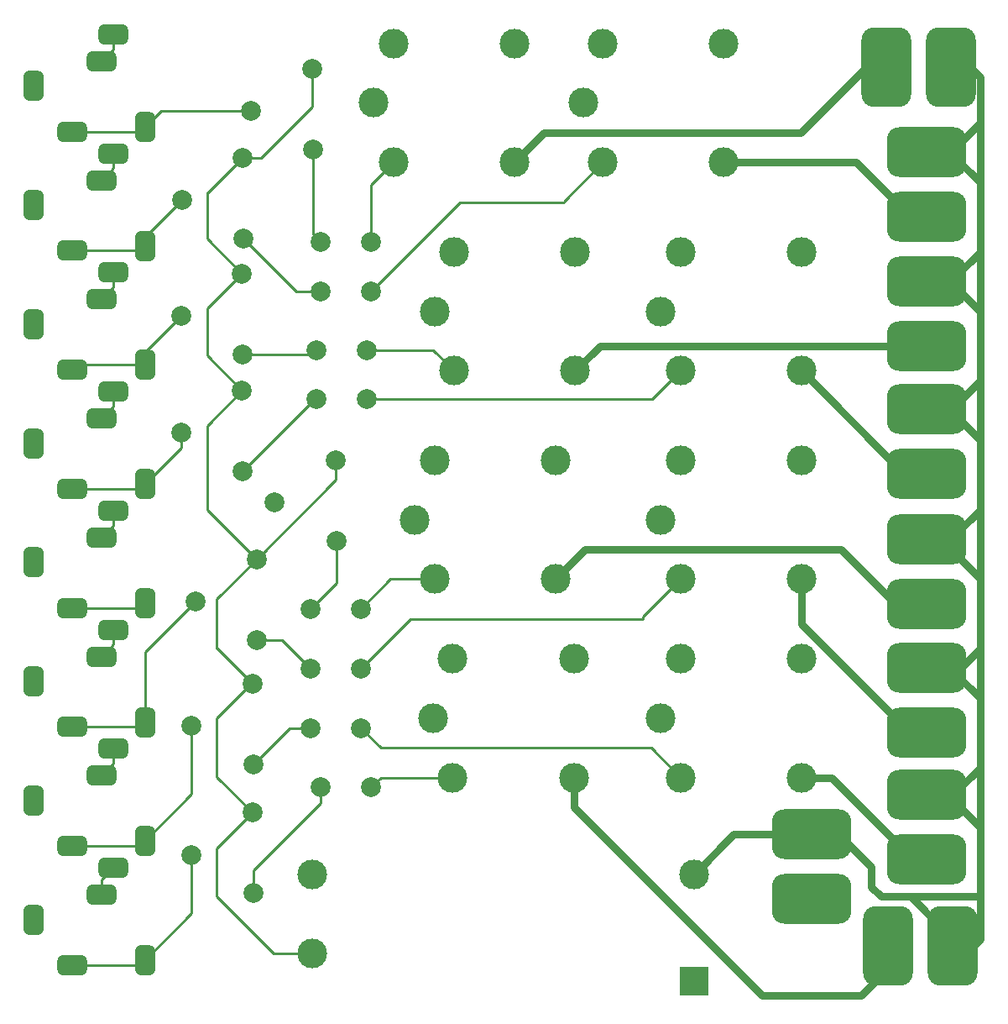
<source format=gbr>
%TF.GenerationSoftware,KiCad,Pcbnew,7.0.2-6a45011f42~172~ubuntu22.04.1*%
%TF.CreationDate,2023-05-18T11:35:50+02:00*%
%TF.ProjectId,midi_relais,6d696469-5f72-4656-9c61-69732e6b6963,rev?*%
%TF.SameCoordinates,Original*%
%TF.FileFunction,Copper,L1,Top*%
%TF.FilePolarity,Positive*%
%FSLAX46Y46*%
G04 Gerber Fmt 4.6, Leading zero omitted, Abs format (unit mm)*
G04 Created by KiCad (PCBNEW 7.0.2-6a45011f42~172~ubuntu22.04.1) date 2023-05-18 11:35:50*
%MOMM*%
%LPD*%
G01*
G04 APERTURE LIST*
G04 Aperture macros list*
%AMRoundRect*
0 Rectangle with rounded corners*
0 $1 Rounding radius*
0 $2 $3 $4 $5 $6 $7 $8 $9 X,Y pos of 4 corners*
0 Add a 4 corners polygon primitive as box body*
4,1,4,$2,$3,$4,$5,$6,$7,$8,$9,$2,$3,0*
0 Add four circle primitives for the rounded corners*
1,1,$1+$1,$2,$3*
1,1,$1+$1,$4,$5*
1,1,$1+$1,$6,$7*
1,1,$1+$1,$8,$9*
0 Add four rect primitives between the rounded corners*
20,1,$1+$1,$2,$3,$4,$5,0*
20,1,$1+$1,$4,$5,$6,$7,0*
20,1,$1+$1,$6,$7,$8,$9,0*
20,1,$1+$1,$8,$9,$2,$3,0*%
G04 Aperture macros list end*
%TA.AperFunction,ComponentPad*%
%ADD10RoundRect,0.500000X-0.500000X-1.000000X0.500000X-1.000000X0.500000X1.000000X-0.500000X1.000000X0*%
%TD*%
%TA.AperFunction,ComponentPad*%
%ADD11RoundRect,0.500000X-1.000000X-0.500000X1.000000X-0.500000X1.000000X0.500000X-1.000000X0.500000X0*%
%TD*%
%TA.AperFunction,CastellatedPad*%
%ADD12RoundRect,0.500000X-1.000000X-0.500000X1.000000X-0.500000X1.000000X0.500000X-1.000000X0.500000X0*%
%TD*%
%TA.AperFunction,ComponentPad*%
%ADD13C,2.000000*%
%TD*%
%TA.AperFunction,ComponentPad*%
%ADD14RoundRect,1.250000X-1.250000X2.750000X-1.250000X-2.750000X1.250000X-2.750000X1.250000X2.750000X0*%
%TD*%
%TA.AperFunction,ComponentPad*%
%ADD15C,3.000000*%
%TD*%
%TA.AperFunction,ComponentPad*%
%ADD16RoundRect,1.250000X2.750000X1.250000X-2.750000X1.250000X-2.750000X-1.250000X2.750000X-1.250000X0*%
%TD*%
%TA.AperFunction,ComponentPad*%
%ADD17R,3.000000X3.000000*%
%TD*%
%TA.AperFunction,ComponentPad*%
%ADD18RoundRect,1.250000X1.250000X-2.750000X1.250000X2.750000X-1.250000X2.750000X-1.250000X-2.750000X0*%
%TD*%
%TA.AperFunction,Conductor*%
%ADD19C,0.250000*%
%TD*%
%TA.AperFunction,Conductor*%
%ADD20C,0.762000*%
%TD*%
%TA.AperFunction,Conductor*%
%ADD21C,0.760000*%
%TD*%
G04 APERTURE END LIST*
D10*
%TO.P,J13,G*%
%TO.N,unconnected-(J13-PadG)*%
X26550000Y-111300000D03*
D11*
%TO.P,J13,S*%
%TO.N,Net-(Q7-B)*%
X30450000Y-115900000D03*
D10*
X37750000Y-115400000D03*
D12*
%TO.P,J13,T*%
%TO.N,unconnected-(J13-PadT)*%
X33350000Y-108800000D03*
D11*
X34550000Y-106100000D03*
%TD*%
D13*
%TO.P,D3,1,K*%
%TO.N,Net-(D3-K)*%
X60126623Y-65906188D03*
%TO.P,D3,2,A*%
%TO.N,Net-(D3-A)*%
X55046623Y-65906188D03*
%TD*%
%TO.P,Q6,1,E*%
%TO.N,Net-(D6-A)*%
X49050000Y-95130000D03*
%TO.P,Q6,2,B*%
%TO.N,Net-(Q6-B)*%
X42850000Y-91260000D03*
%TO.P,Q6,3,C*%
%TO.N,+3.3V*%
X49000000Y-87000000D03*
%TD*%
D10*
%TO.P,J10,G*%
%TO.N,GND*%
X26550000Y-99300000D03*
D11*
%TO.P,J10,S*%
%TO.N,Net-(Q6-B)*%
X30450000Y-103900000D03*
D10*
X37750000Y-103400000D03*
D12*
%TO.P,J10,T*%
%TO.N,unconnected-(J10-PadT)*%
X33350000Y-96800000D03*
D11*
X34550000Y-94100000D03*
%TD*%
D10*
%TO.P,J9,G*%
%TO.N,GND*%
X26550000Y-87300000D03*
D11*
%TO.P,J9,S*%
%TO.N,Net-(Q5-B)*%
X30450000Y-91900000D03*
D10*
X37750000Y-91400000D03*
D12*
%TO.P,J9,T*%
%TO.N,unconnected-(J9-PadT)*%
X33350000Y-84800000D03*
D11*
X34550000Y-82100000D03*
%TD*%
D14*
%TO.P,J3,1,Pin_1*%
%TO.N,Net-(J3-Pin_1)*%
X112510000Y-37400000D03*
%TO.P,J3,2,Pin_2*%
%TO.N,VAC*%
X119020000Y-37400000D03*
%TD*%
D13*
%TO.P,Q2,1,E*%
%TO.N,Net-(D2-A)*%
X47670000Y-54670000D03*
%TO.P,Q2,2,B*%
%TO.N,Net-(Q2-B)*%
X41470000Y-50800000D03*
%TO.P,Q2,3,C*%
%TO.N,+3.3V*%
X47620000Y-46540000D03*
%TD*%
D10*
%TO.P,J2,G*%
%TO.N,unconnected-(J2-PadG)*%
X26550000Y-51300000D03*
D11*
%TO.P,J2,S*%
%TO.N,Net-(Q2-B)*%
X30450000Y-55900000D03*
D10*
X37750000Y-55400000D03*
D12*
%TO.P,J2,T*%
%TO.N,unconnected-(J2-PadT)*%
X33350000Y-48800000D03*
D11*
X34550000Y-46100000D03*
%TD*%
D13*
%TO.P,D2,1,K*%
%TO.N,Net-(D2-K)*%
X60540000Y-60000000D03*
%TO.P,D2,2,A*%
%TO.N,Net-(D2-A)*%
X55460000Y-60000000D03*
%TD*%
D15*
%TO.P,K6,11*%
%TO.N,GND2*%
X89800000Y-83000000D03*
%TO.P,K6,12*%
%TO.N,unconnected-(K6-Pad12)*%
X104000000Y-77000000D03*
%TO.P,K6,14*%
%TO.N,Net-(J12-Pin_1)*%
X104000000Y-89000000D03*
%TO.P,K6,A1*%
%TO.N,Net-(D6-K)*%
X91800000Y-89000000D03*
%TO.P,K6,A2*%
%TO.N,GND*%
X91800000Y-77000000D03*
%TD*%
D13*
%TO.P,D1,1,K*%
%TO.N,Net-(D1-K)*%
X60540000Y-55000000D03*
%TO.P,D1,2,A*%
%TO.N,Net-(D1-A)*%
X55460000Y-55000000D03*
%TD*%
D15*
%TO.P,K8,11*%
%TO.N,GND2*%
X66800000Y-103000000D03*
%TO.P,K8,12*%
%TO.N,unconnected-(K8-Pad12)*%
X81000000Y-97000000D03*
%TO.P,K8,14*%
%TO.N,Net-(J16-Pin_1)*%
X81000000Y-109000000D03*
%TO.P,K8,A1*%
%TO.N,Net-(D8-K)*%
X68800000Y-109000000D03*
%TO.P,K8,A2*%
%TO.N,GND*%
X68800000Y-97000000D03*
%TD*%
%TO.P,K7,11*%
%TO.N,GND2*%
X89800000Y-103000000D03*
%TO.P,K7,12*%
%TO.N,unconnected-(K7-Pad12)*%
X104000000Y-97000000D03*
%TO.P,K7,14*%
%TO.N,Net-(J15-Pin_1)*%
X104000000Y-109000000D03*
%TO.P,K7,A1*%
%TO.N,Net-(D7-K)*%
X91800000Y-109000000D03*
%TO.P,K7,A2*%
%TO.N,GND*%
X91800000Y-97000000D03*
%TD*%
D13*
%TO.P,D8,1,K*%
%TO.N,Net-(D8-K)*%
X60540000Y-110000000D03*
%TO.P,D8,2,A*%
%TO.N,Net-(D8-A)*%
X55460000Y-110000000D03*
%TD*%
%TO.P,Q7,1,E*%
%TO.N,Net-(D7-A)*%
X48670000Y-107670000D03*
%TO.P,Q7,2,B*%
%TO.N,Net-(Q7-B)*%
X42470000Y-103800000D03*
%TO.P,Q7,3,C*%
%TO.N,+3.3V*%
X48620000Y-99540000D03*
%TD*%
D15*
%TO.P,K1,11*%
%TO.N,GND2*%
X60800000Y-41000000D03*
%TO.P,K1,12*%
%TO.N,unconnected-(K1-Pad12)*%
X75000000Y-35000000D03*
%TO.P,K1,14*%
%TO.N,Net-(J3-Pin_1)*%
X75000000Y-47000000D03*
%TO.P,K1,A1*%
%TO.N,Net-(D1-K)*%
X62800000Y-47000000D03*
%TO.P,K1,A2*%
%TO.N,GND*%
X62800000Y-35000000D03*
%TD*%
D13*
%TO.P,Q3,1,E*%
%TO.N,Net-(D3-A)*%
X47580000Y-66330000D03*
%TO.P,Q3,2,B*%
%TO.N,Net-(Q3-B)*%
X41380000Y-62460000D03*
%TO.P,Q3,3,C*%
%TO.N,+3.3V*%
X47530000Y-58200000D03*
%TD*%
D15*
%TO.P,K5,11*%
%TO.N,GND2*%
X64950000Y-83000000D03*
%TO.P,K5,12*%
%TO.N,unconnected-(K5-Pad12)*%
X79150000Y-77000000D03*
%TO.P,K5,14*%
%TO.N,Net-(J11-Pin_1)*%
X79150000Y-89000000D03*
%TO.P,K5,A1*%
%TO.N,Net-(D5-K)*%
X66950000Y-89000000D03*
%TO.P,K5,A2*%
%TO.N,GND*%
X66950000Y-77000000D03*
%TD*%
%TO.P,K3,11*%
%TO.N,GND2*%
X66950000Y-62000000D03*
%TO.P,K3,12*%
%TO.N,unconnected-(K3-Pad12)*%
X81150000Y-56000000D03*
%TO.P,K3,14*%
%TO.N,Net-(J7-Pin_1)*%
X81150000Y-68000000D03*
%TO.P,K3,A1*%
%TO.N,Net-(D3-K)*%
X68950000Y-68000000D03*
%TO.P,K3,A2*%
%TO.N,GND*%
X68950000Y-56000000D03*
%TD*%
D10*
%TO.P,J5,G*%
%TO.N,unconnected-(J5-PadG)*%
X26550000Y-63300000D03*
D11*
%TO.P,J5,S*%
%TO.N,Net-(Q3-B)*%
X30450000Y-67900000D03*
D10*
X37750000Y-67400000D03*
D12*
%TO.P,J5,T*%
%TO.N,unconnected-(J5-PadT)*%
X33350000Y-60800000D03*
D11*
X34550000Y-58100000D03*
%TD*%
D10*
%TO.P,J6,G*%
%TO.N,GND*%
X26550000Y-75300000D03*
D11*
%TO.P,J6,S*%
%TO.N,Net-(Q4-B)*%
X30450000Y-79900000D03*
D10*
X37750000Y-79400000D03*
D12*
%TO.P,J6,T*%
%TO.N,unconnected-(J6-PadT)*%
X33350000Y-72800000D03*
D11*
X34550000Y-70100000D03*
%TD*%
D13*
%TO.P,D7,1,K*%
%TO.N,Net-(D7-K)*%
X59540000Y-104000000D03*
%TO.P,D7,2,A*%
%TO.N,Net-(D7-A)*%
X54460000Y-104000000D03*
%TD*%
%TO.P,D5,1,K*%
%TO.N,Net-(D5-K)*%
X59540000Y-92000000D03*
%TO.P,D5,2,A*%
%TO.N,Net-(D5-A)*%
X54460000Y-92000000D03*
%TD*%
D15*
%TO.P,K2,11*%
%TO.N,GND2*%
X81950000Y-41000000D03*
%TO.P,K2,12*%
%TO.N,unconnected-(K2-Pad12)*%
X96150000Y-35000000D03*
%TO.P,K2,14*%
%TO.N,Net-(J4-Pin_1)*%
X96150000Y-47000000D03*
%TO.P,K2,A1*%
%TO.N,Net-(D2-K)*%
X83950000Y-47000000D03*
%TO.P,K2,A2*%
%TO.N,GND*%
X83950000Y-35000000D03*
%TD*%
D10*
%TO.P,J1,G*%
%TO.N,unconnected-(J1-PadG)*%
X26550000Y-39300000D03*
D11*
%TO.P,J1,S*%
%TO.N,Net-(Q1-B)*%
X30450000Y-43900000D03*
D10*
X37750000Y-43400000D03*
D12*
%TO.P,J1,T*%
%TO.N,unconnected-(J1-PadT)*%
X33350000Y-36800000D03*
D11*
X34550000Y-34100000D03*
%TD*%
D13*
%TO.P,D4,1,K*%
%TO.N,Net-(D4-K)*%
X60155502Y-70848713D03*
%TO.P,D4,2,A*%
%TO.N,Net-(D4-A)*%
X55075502Y-70848713D03*
%TD*%
%TO.P,Q1,1,E*%
%TO.N,Net-(D1-A)*%
X54670000Y-45670000D03*
%TO.P,Q1,2,B*%
%TO.N,Net-(Q1-B)*%
X48470000Y-41800000D03*
%TO.P,Q1,3,C*%
%TO.N,+3.3V*%
X54620000Y-37540000D03*
%TD*%
D16*
%TO.P,J17,1,Pin_1*%
%TO.N,VAC*%
X105000000Y-114745000D03*
%TO.P,J17,2,Pin_2*%
%TO.N,GND2*%
X105000000Y-121255000D03*
%TD*%
D13*
%TO.P,Q5,1,E*%
%TO.N,Net-(D5-A)*%
X57050000Y-85130000D03*
%TO.P,Q5,2,B*%
%TO.N,Net-(Q5-B)*%
X50850000Y-81260000D03*
%TO.P,Q5,3,C*%
%TO.N,+3.3V*%
X57000000Y-77000000D03*
%TD*%
%TO.P,D6,1,K*%
%TO.N,Net-(D6-K)*%
X59540000Y-98000000D03*
%TO.P,D6,2,A*%
%TO.N,Net-(D6-A)*%
X54460000Y-98000000D03*
%TD*%
D10*
%TO.P,J14,G*%
%TO.N,unconnected-(J14-PadG)*%
X26550000Y-123300000D03*
D11*
%TO.P,J14,S*%
%TO.N,Net-(Q8-B)*%
X30450000Y-127900000D03*
D10*
X37750000Y-127400000D03*
D12*
%TO.P,J14,T*%
%TO.N,unconnected-(J14-PadT)*%
X33350000Y-120800000D03*
D11*
X34550000Y-118100000D03*
%TD*%
D15*
%TO.P,K4,11*%
%TO.N,GND2*%
X89800000Y-62000000D03*
%TO.P,K4,12*%
%TO.N,unconnected-(K4-Pad12)*%
X104000000Y-56000000D03*
%TO.P,K4,14*%
%TO.N,Net-(J8-Pin_1)*%
X104000000Y-68000000D03*
%TO.P,K4,A1*%
%TO.N,Net-(D4-K)*%
X91800000Y-68000000D03*
%TO.P,K4,A2*%
%TO.N,GND*%
X91800000Y-56000000D03*
%TD*%
D13*
%TO.P,Q8,1,E*%
%TO.N,Net-(D8-A)*%
X48670000Y-120670000D03*
%TO.P,Q8,2,B*%
%TO.N,Net-(Q8-B)*%
X42470000Y-116800000D03*
%TO.P,Q8,3,C*%
%TO.N,+3.3V*%
X48620000Y-112540000D03*
%TD*%
%TO.P,Q4,1,E*%
%TO.N,Net-(D4-A)*%
X47580000Y-78130000D03*
%TO.P,Q4,2,B*%
%TO.N,Net-(Q4-B)*%
X41380000Y-74260000D03*
%TO.P,Q4,3,C*%
%TO.N,+3.3V*%
X47530000Y-70000000D03*
%TD*%
D17*
%TO.P,PS1,1,AC/N*%
%TO.N,GND2*%
X93157500Y-129500000D03*
D15*
%TO.P,PS1,2,AC/L*%
%TO.N,VAC*%
X93157500Y-118750000D03*
%TO.P,PS1,3,-Vo*%
%TO.N,GND*%
X54657500Y-118750000D03*
%TO.P,PS1,4,+Vo*%
%TO.N,+3.3V*%
X54657500Y-126750000D03*
%TD*%
D16*
%TO.P,J15,1,Pin_1*%
%TO.N,Net-(J15-Pin_1)*%
X116600000Y-117255000D03*
%TO.P,J15,2,Pin_2*%
%TO.N,VAC*%
X116600000Y-110745000D03*
%TD*%
%TO.P,J4,1,Pin_1*%
%TO.N,Net-(J4-Pin_1)*%
X116584077Y-52487134D03*
%TO.P,J4,2,Pin_2*%
%TO.N,VAC*%
X116584077Y-45977134D03*
%TD*%
%TO.P,J8,1,Pin_1*%
%TO.N,Net-(J8-Pin_1)*%
X116582725Y-78396910D03*
%TO.P,J8,2,Pin_2*%
%TO.N,VAC*%
X116582725Y-71886910D03*
%TD*%
%TO.P,J12,1,Pin_1*%
%TO.N,Net-(J12-Pin_1)*%
X116600000Y-104490000D03*
%TO.P,J12,2,Pin_2*%
%TO.N,VAC*%
X116600000Y-97980000D03*
%TD*%
%TO.P,J11,1,Pin_1*%
%TO.N,Net-(J11-Pin_1)*%
X116600000Y-91490000D03*
%TO.P,J11,2,Pin_2*%
%TO.N,VAC*%
X116600000Y-84980000D03*
%TD*%
%TO.P,J7,1,Pin_1*%
%TO.N,Net-(J7-Pin_1)*%
X116600000Y-65490000D03*
%TO.P,J7,2,Pin_2*%
%TO.N,VAC*%
X116600000Y-58980000D03*
%TD*%
D18*
%TO.P,J16,1,Pin_1*%
%TO.N,Net-(J16-Pin_1)*%
X112745000Y-126000000D03*
%TO.P,J16,2,Pin_2*%
%TO.N,VAC*%
X119255000Y-126000000D03*
%TD*%
D19*
%TO.N,Net-(D1-K)*%
X60540000Y-55000000D02*
X60540000Y-49260000D01*
X60540000Y-49260000D02*
X62800000Y-47000000D01*
%TO.N,Net-(D1-A)*%
X54670000Y-54210000D02*
X55460000Y-55000000D01*
X54670000Y-45670000D02*
X54670000Y-54210000D01*
%TO.N,Net-(D2-K)*%
X69540000Y-51000000D02*
X60540000Y-60000000D01*
X80000000Y-51000000D02*
X69540000Y-51000000D01*
X83950000Y-47000000D02*
X80000000Y-50950000D01*
X80000000Y-50950000D02*
X80000000Y-51000000D01*
%TO.N,Net-(D2-A)*%
X53000000Y-60000000D02*
X55460000Y-60000000D01*
X47670000Y-54670000D02*
X53000000Y-60000000D01*
%TO.N,Net-(D3-K)*%
X66856188Y-65906188D02*
X68950000Y-68000000D01*
X60126623Y-65906188D02*
X66856188Y-65906188D01*
%TO.N,Net-(D3-A)*%
X47580000Y-66330000D02*
X54622811Y-66330000D01*
X54622811Y-66330000D02*
X55046623Y-65906188D01*
%TO.N,Net-(D4-K)*%
X91800000Y-68000000D02*
X88951287Y-70848713D01*
X88951287Y-70848713D02*
X60155502Y-70848713D01*
%TO.N,Net-(D4-A)*%
X47580000Y-78130000D02*
X54861287Y-70848713D01*
X54861287Y-70848713D02*
X55075502Y-70848713D01*
%TO.N,Net-(D5-K)*%
X59540000Y-92000000D02*
X62540000Y-89000000D01*
X62540000Y-89000000D02*
X66950000Y-89000000D01*
%TO.N,Net-(D5-A)*%
X57050000Y-85130000D02*
X57050000Y-89410000D01*
X57050000Y-89410000D02*
X54460000Y-92000000D01*
%TO.N,Net-(D6-K)*%
X91800000Y-89000000D02*
X88000000Y-92800000D01*
X88000000Y-93000000D02*
X64540000Y-93000000D01*
X64540000Y-93000000D02*
X59540000Y-98000000D01*
X88000000Y-92800000D02*
X88000000Y-93000000D01*
%TO.N,Net-(D6-A)*%
X51590000Y-95130000D02*
X54460000Y-98000000D01*
X49050000Y-95130000D02*
X51590000Y-95130000D01*
%TO.N,Net-(D7-K)*%
X61540000Y-106000000D02*
X59540000Y-104000000D01*
X88800000Y-106000000D02*
X61540000Y-106000000D01*
X91800000Y-109000000D02*
X88800000Y-106000000D01*
%TO.N,Net-(D7-A)*%
X48670000Y-107670000D02*
X52340000Y-104000000D01*
X52340000Y-104000000D02*
X54460000Y-104000000D01*
%TO.N,Net-(D8-K)*%
X61540000Y-109000000D02*
X60540000Y-110000000D01*
X68800000Y-109000000D02*
X61540000Y-109000000D01*
%TO.N,Net-(D8-A)*%
X55460000Y-111540000D02*
X48670000Y-118330000D01*
X48670000Y-118330000D02*
X48670000Y-120670000D01*
X55460000Y-110000000D02*
X55460000Y-111540000D01*
%TO.N,Net-(Q1-B)*%
X37250000Y-43900000D02*
X30450000Y-43900000D01*
X37750000Y-43400000D02*
X37250000Y-43900000D01*
X48470000Y-41800000D02*
X39350000Y-41800000D01*
X39350000Y-41800000D02*
X37750000Y-43400000D01*
%TO.N,Net-(Q2-B)*%
X37750000Y-55400000D02*
X37250000Y-55900000D01*
X37750000Y-55400000D02*
X37750000Y-54520000D01*
X37750000Y-54520000D02*
X41470000Y-50800000D01*
X37250000Y-55900000D02*
X30450000Y-55900000D01*
%TO.N,Net-(Q3-B)*%
X37750000Y-66090000D02*
X37750000Y-67400000D01*
X41380000Y-62460000D02*
X37750000Y-66090000D01*
X37750000Y-67400000D02*
X30950000Y-67400000D01*
X30950000Y-67400000D02*
X30450000Y-67900000D01*
%TO.N,Net-(Q4-B)*%
X41380000Y-75770000D02*
X41380000Y-74260000D01*
X37250000Y-79900000D02*
X37750000Y-79400000D01*
X37750000Y-79400000D02*
X41380000Y-75770000D01*
X30450000Y-79900000D02*
X37250000Y-79900000D01*
%TO.N,Net-(Q5-B)*%
X37250000Y-91900000D02*
X30450000Y-91900000D01*
X37750000Y-91400000D02*
X37250000Y-91900000D01*
%TO.N,Net-(Q6-B)*%
X37750000Y-103400000D02*
X37250000Y-103900000D01*
X42850000Y-91260000D02*
X37750000Y-96360000D01*
X37250000Y-103900000D02*
X30450000Y-103900000D01*
X37750000Y-96360000D02*
X37750000Y-103400000D01*
%TO.N,Net-(Q7-B)*%
X30450000Y-115900000D02*
X37250000Y-115900000D01*
X42470000Y-110680000D02*
X37750000Y-115400000D01*
X42470000Y-103800000D02*
X42470000Y-110680000D01*
X37250000Y-115900000D02*
X37750000Y-115400000D01*
%TO.N,Net-(Q8-B)*%
X42470000Y-116800000D02*
X42470000Y-122680000D01*
X37250000Y-127900000D02*
X37750000Y-127400000D01*
X30450000Y-127900000D02*
X37250000Y-127900000D01*
X42470000Y-122680000D02*
X37750000Y-127400000D01*
D20*
%TO.N,VAC*%
X122000000Y-68000000D02*
X122000000Y-63000000D01*
D19*
X118745000Y-110745000D02*
X115000000Y-110745000D01*
D21*
X107745000Y-114745000D02*
X107000000Y-114745000D01*
X107000000Y-114745000D02*
X97162500Y-114745000D01*
D20*
X122000000Y-125255000D02*
X119255000Y-128000000D01*
X122000000Y-43000000D02*
X122000000Y-38380000D01*
X115020000Y-71980000D02*
X115000000Y-72000000D01*
X122000000Y-81000000D02*
X122000000Y-76000000D01*
X119000000Y-72000000D02*
X122000000Y-69000000D01*
X119255000Y-110745000D02*
X122000000Y-108000000D01*
X122000000Y-49000000D02*
X119000000Y-46000000D01*
X122000000Y-121000000D02*
X122000000Y-125255000D01*
X122000000Y-75000000D02*
X119000000Y-72000000D01*
X118745000Y-110745000D02*
X118600000Y-110745000D01*
X122000000Y-108000000D02*
X122000000Y-101000000D01*
D21*
X97162500Y-114745000D02*
X93157500Y-118750000D01*
D20*
X122000000Y-101000000D02*
X122000000Y-96000000D01*
D21*
X115000000Y-121000000D02*
X122000000Y-121000000D01*
X119255000Y-125255000D02*
X119255000Y-128000000D01*
D20*
X118600000Y-71980000D02*
X115020000Y-71980000D01*
X122000000Y-114000000D02*
X122000000Y-121000000D01*
X122000000Y-56000000D02*
X122000000Y-63000000D01*
X122000000Y-68000000D02*
X122000000Y-76000000D01*
X119000000Y-59000000D02*
X122000000Y-56000000D01*
X122000000Y-114000000D02*
X118745000Y-110745000D01*
X122000000Y-63000000D02*
X122000000Y-62000000D01*
X122000000Y-49000000D02*
X122000000Y-43000000D01*
X122000000Y-101000000D02*
X119000000Y-98000000D01*
X122000000Y-82000000D02*
X122000000Y-81000000D01*
D21*
X119000000Y-46000000D02*
X115000000Y-46000000D01*
D20*
X122000000Y-76000000D02*
X122000000Y-75000000D01*
X119000000Y-85000000D02*
X122000000Y-82000000D01*
D21*
X115000000Y-121000000D02*
X119255000Y-125255000D01*
D20*
X122000000Y-89000000D02*
X118000000Y-85000000D01*
D19*
X115000000Y-98000000D02*
X120000000Y-98000000D01*
D20*
X122000000Y-69000000D02*
X122000000Y-68000000D01*
X122000000Y-43000000D02*
X119000000Y-46000000D01*
D21*
X111000000Y-120000000D02*
X112000000Y-121000000D01*
D19*
X115000000Y-110745000D02*
X119255000Y-110745000D01*
D21*
X111000000Y-118000000D02*
X111000000Y-120000000D01*
D20*
X122000000Y-56000000D02*
X122000000Y-49000000D01*
X119000000Y-46000000D02*
X118600000Y-46000000D01*
X122000000Y-108000000D02*
X122000000Y-114000000D01*
D19*
X119000000Y-98000000D02*
X115000000Y-98000000D01*
D21*
X112000000Y-121000000D02*
X115000000Y-121000000D01*
X119000000Y-59000000D02*
X115000000Y-59000000D01*
D19*
X115000000Y-85000000D02*
X119000000Y-85000000D01*
D20*
X122000000Y-62000000D02*
X119000000Y-59000000D01*
D21*
X111000000Y-118000000D02*
X107745000Y-114745000D01*
D20*
X122000000Y-96000000D02*
X122000000Y-89000000D01*
X122000000Y-38380000D02*
X119020000Y-35400000D01*
X118980000Y-71980000D02*
X118600000Y-71980000D01*
X122000000Y-75000000D02*
X118980000Y-71980000D01*
X118000000Y-85000000D02*
X115000000Y-85000000D01*
X120000000Y-98000000D02*
X122000000Y-96000000D01*
X122000000Y-89000000D02*
X122000000Y-81000000D01*
D19*
%TO.N,+3.3V*%
X49460000Y-46540000D02*
X54620000Y-41380000D01*
X48620000Y-99540000D02*
X45080000Y-96000000D01*
X48620000Y-112540000D02*
X45000000Y-108920000D01*
X57000000Y-77000000D02*
X57000000Y-79000000D01*
X50750000Y-126750000D02*
X45000000Y-121000000D01*
X45000000Y-108920000D02*
X45000000Y-103000000D01*
X48460000Y-99540000D02*
X48620000Y-99540000D01*
X45000000Y-121000000D02*
X45000000Y-116160000D01*
X44000000Y-73530000D02*
X47530000Y-70000000D01*
X44000000Y-50000000D02*
X44160000Y-50000000D01*
X44000000Y-54670000D02*
X44000000Y-50000000D01*
X54657500Y-126750000D02*
X50750000Y-126750000D01*
X45080000Y-96000000D02*
X45000000Y-96000000D01*
X47530000Y-70000000D02*
X44000000Y-66470000D01*
X49000000Y-87000000D02*
X44000000Y-82000000D01*
X45000000Y-103000000D02*
X48460000Y-99540000D01*
X44000000Y-66470000D02*
X44000000Y-61730000D01*
X45000000Y-96000000D02*
X45000000Y-91000000D01*
X45000000Y-91000000D02*
X49000000Y-87000000D01*
X45000000Y-116160000D02*
X48620000Y-112540000D01*
X54620000Y-41380000D02*
X54620000Y-37540000D01*
X44000000Y-61730000D02*
X47530000Y-58200000D01*
X57000000Y-79000000D02*
X49000000Y-87000000D01*
X47530000Y-58200000D02*
X44000000Y-54670000D01*
X47620000Y-46540000D02*
X49460000Y-46540000D01*
X44000000Y-82000000D02*
X44000000Y-73530000D01*
X44160000Y-50000000D02*
X47620000Y-46540000D01*
D20*
%TO.N,Net-(J8-Pin_1)*%
X114510000Y-78510000D02*
X104000000Y-68000000D01*
D19*
X115000000Y-78510000D02*
X114510000Y-78510000D01*
D21*
%TO.N,Net-(J3-Pin_1)*%
X103910000Y-44000000D02*
X78000000Y-44000000D01*
X78000000Y-44000000D02*
X75000000Y-47000000D01*
X112510000Y-35400000D02*
X103910000Y-44000000D01*
D20*
%TO.N,Net-(J4-Pin_1)*%
X115000000Y-52510000D02*
X109490000Y-47000000D01*
X109490000Y-47000000D02*
X96150000Y-47000000D01*
%TO.N,Net-(J7-Pin_1)*%
X115000000Y-65510000D02*
X83640000Y-65510000D01*
X83640000Y-65510000D02*
X81150000Y-68000000D01*
D21*
%TO.N,Net-(J11-Pin_1)*%
X82150000Y-86000000D02*
X79150000Y-89000000D01*
X113490000Y-91490000D02*
X108000000Y-86000000D01*
X108000000Y-86000000D02*
X82150000Y-86000000D01*
D19*
X118600000Y-91490000D02*
X113490000Y-91490000D01*
D20*
%TO.N,Net-(J12-Pin_1)*%
X115000000Y-104510000D02*
X104000000Y-93510000D01*
X104000000Y-93510000D02*
X104000000Y-89000000D01*
D21*
%TO.N,Net-(J15-Pin_1)*%
X115255000Y-117255000D02*
X107000000Y-109000000D01*
X107000000Y-109000000D02*
X104000000Y-109000000D01*
D19*
X118600000Y-117255000D02*
X115255000Y-117255000D01*
D21*
%TO.N,Net-(J16-Pin_1)*%
X112745000Y-128255000D02*
X110000000Y-131000000D01*
X110000000Y-131000000D02*
X100000000Y-131000000D01*
X81000000Y-112000000D02*
X81000000Y-109000000D01*
D19*
X112745000Y-128000000D02*
X112745000Y-128255000D01*
D21*
X100000000Y-131000000D02*
X81000000Y-112000000D01*
D19*
%TO.N,unconnected-(J1-PadT)*%
X34550000Y-34100000D02*
X34550000Y-35600000D01*
X34550000Y-35600000D02*
X33350000Y-36800000D01*
%TO.N,unconnected-(J2-PadT)*%
X34550000Y-46100000D02*
X34550000Y-47600000D01*
X34550000Y-47600000D02*
X33350000Y-48800000D01*
%TO.N,unconnected-(J5-PadT)*%
X34550000Y-59600000D02*
X33350000Y-60800000D01*
X34550000Y-58100000D02*
X34550000Y-59600000D01*
%TO.N,unconnected-(J9-PadT)*%
X34550000Y-82100000D02*
X34550000Y-83600000D01*
X34550000Y-83600000D02*
X33350000Y-84800000D01*
%TO.N,unconnected-(J10-PadT)*%
X34550000Y-94100000D02*
X34550000Y-95600000D01*
X34550000Y-95600000D02*
X33350000Y-96800000D01*
%TO.N,unconnected-(J13-PadT)*%
X34550000Y-106100000D02*
X34550000Y-107600000D01*
X34550000Y-107600000D02*
X33350000Y-108800000D01*
%TO.N,unconnected-(J14-PadT)*%
X33350000Y-119300000D02*
X33350000Y-120800000D01*
X34550000Y-118100000D02*
X33350000Y-119300000D01*
%TO.N,unconnected-(J6-PadT)*%
X34550000Y-70100000D02*
X34550000Y-71600000D01*
X34550000Y-71600000D02*
X33350000Y-72800000D01*
%TD*%
M02*

</source>
